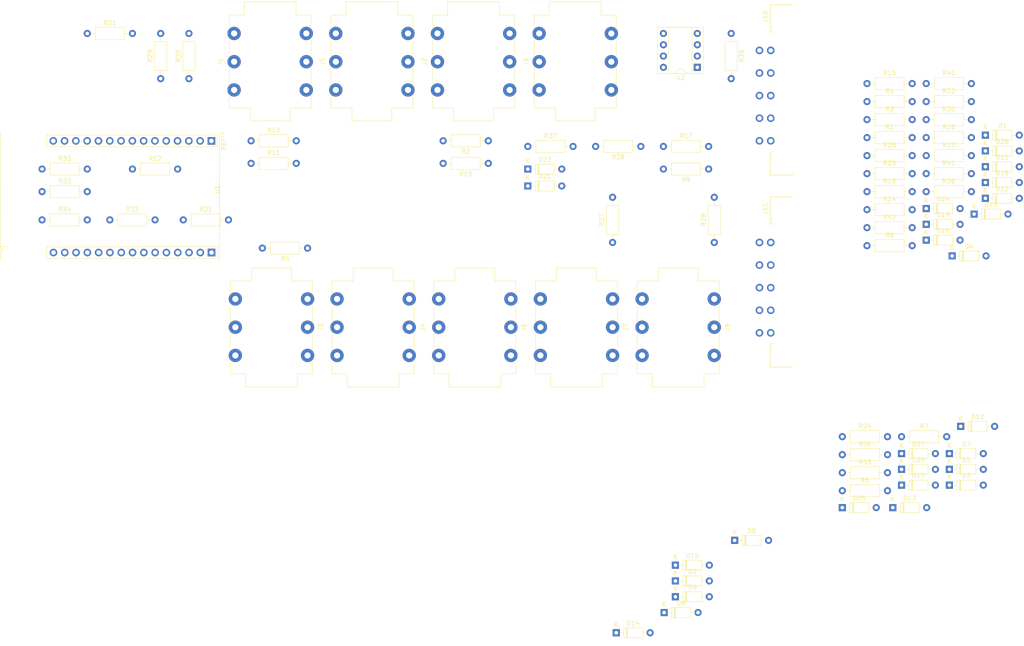
<source format=kicad_pcb>
(kicad_pcb (version 20171130) (host pcbnew 5.1.5+dfsg1-2build2)
  (layers (0 F.Cu signal) (31 B.Cu signal) (34 B.Paste user) (35 F.Paste user) (36 B.SilkS user) (37 F.SilkS user) (38 B.Mask user) (39 F.Mask user) (44 Edge.Cuts user))
  (net 0 "")
  (net 1 GND)
  (net 2 GPIO35)
  (net 3 GPIO36)
  (net 4 GPIO26)
  (net 5 GPIO32)
  (net 6 GPIO14)
  (net 7 GPIO34)
  (net 8 GPIO13)
  (net 9 GPIO27)
  (net 10 3V3)
  (net 11 GPIO33)
  (net 12 GPIO39)
  (net 13 GPIO12)
  (net 14 GPIO15)
  (net 15 "Net-(D25-Pad1)")
  (net 16 "Net-(D27-Pad2)")
  (net 17 "Net-(D27-Pad1)")
  (net 18 "Net-(J1-PadR)")
  (net 19 "Net-(J1-PadT)")
  (net 20 "Net-(J2-PadR)")
  (net 21 "Net-(J2-PadT)")
  (net 22 "Net-(J3-PadR)")
  (net 23 "Net-(J3-PadT)")
  (net 24 "Net-(J4-PadR)")
  (net 25 "Net-(J4-PadT)")
  (net 26 "Net-(J5-PadR)")
  (net 27 "Net-(J5-PadT)")
  (net 28 "Net-(J6-PadR)")
  (net 29 "Net-(J6-PadT)")
  (net 30 "Net-(J7-PadR)")
  (net 31 "Net-(J7-PadT)")
  (net 32 "Net-(J8-PadR)")
  (net 33 "Net-(J8-PadT)")
  (net 34 "Net-(J9-PadR)")
  (net 35 GPIO25)
  (net 36 "Net-(J10-Pad4)")
  (net 37 UART_TX)
  (net 38 UART_RX)
  (net 39 "Net-(R43-Pad2)")
  (net 40 "Net-(U1-Pad27)")
  (net 41 "Net-(U1-Pad25)")
  (net 42 "Net-(U1-Pad19)")
  (net 43 "Net-(U1-Pad28)")
  (net 44 "Net-(U1-Pad29)")
  (net 45 "Net-(U1-Pad17)")
  (net 46 "Net-(U1-Pad20)")
  (net 47 "Net-(U1-Pad23)")
  (net 48 "Net-(U1-Pad24)")
  (net 49 "Net-(U1-Pad26)")
  (net 50 "Net-(U1-Pad30)")
  (net 51 "Net-(U1-Pad15)")
  (net 52 "Net-(U1-Pad1)")
  (net 53 "Net-(U2-Pad4)")
  (net 54 "Net-(U2-Pad1)")
  (net 55 "Net-(J11-Pad4)")
  (net 56 "Net-(J11-Pad5)")
  (module Package_DIP:DIP-8_W7.62mm_Socket (layer F.Cu) (at 191.77 38.1 180)
    (fp_text reference U2 (at 3.81 -2.33) (layer F.SilkS))
    (fp_text value 6N138)
    (pad 8 thru_hole oval (at 7.62 0 180) (size 1.6 1.6) (drill 0.8) (layers *.Cu *.Mask) (net 10 3V3))
    (pad 4 thru_hole oval (at 0 7.62 180) (size 1.6 1.6) (drill 0.8) (layers *.Cu *.Mask) (net 53 "Net-(U2-Pad4)"))
    (pad 7 thru_hole oval (at 7.62 2.54 180) (size 1.6 1.6) (drill 0.8) (layers *.Cu *.Mask) (net 39 "Net-(R43-Pad2)"))
    (pad 3 thru_hole oval (at 0 5.08 180) (size 1.6 1.6) (drill 0.8) (layers *.Cu *.Mask) (net 16 "Net-(D27-Pad2)"))
    (pad 6 thru_hole oval (at 7.62 5.08 180) (size 1.6 1.6) (drill 0.8) (layers *.Cu *.Mask) (net 38 UART_RX))
    (pad 2 thru_hole oval (at 0 2.54 180) (size 1.6 1.6) (drill 0.8) (layers *.Cu *.Mask) (net 17 "Net-(D27-Pad1)"))
    (pad 5 thru_hole oval (at 7.62 7.62 180) (size 1.6 1.6) (drill 0.8) (layers *.Cu *.Mask) (net 1 GND))
    (pad 1 thru_hole rect (at 0 0 180) (size 1.6 1.6) (drill 0.8) (layers *.Cu *.Mask) (net 54 "Net-(U2-Pad1)"))
  )
  (module edrumulus:esp32_devkit_v1 (layer F.Cu) (at 82.55 54.61 270)
    (fp_text reference U1 (at 10.922 -1.278 90) (layer F.SilkS))
    (fp_text value ESP32-DEVKIT-V1)
    (fp_text user REF** (at 0.022 -2.748 90) (layer F.SilkS))
    (pad 27 thru_hole oval (at 25.124 7.598 90) (size 1.7 1.7) (drill 1) (layers *.Cu *.Mask) (net 40 "Net-(U1-Pad27)"))
    (pad 25 thru_hole oval (at 25.124 12.678 90) (size 1.7 1.7) (drill 1) (layers *.Cu *.Mask) (net 41 "Net-(U1-Pad25)"))
    (pad 19 thru_hole oval (at 25.124 27.918 90) (size 1.7 1.7) (drill 1) (layers *.Cu *.Mask) (net 42 "Net-(U1-Pad19)"))
    (pad 28 thru_hole oval (at 25.124 5.058 90) (size 1.7 1.7) (drill 1) (layers *.Cu *.Mask) (net 43 "Net-(U1-Pad28)"))
    (pad 22 thru_hole oval (at 25.124 20.298 90) (size 1.7 1.7) (drill 1) (layers *.Cu *.Mask) (net 37 UART_TX))
    (pad 29 thru_hole oval (at 25.124 2.518 90) (size 1.7 1.7) (drill 1) (layers *.Cu *.Mask) (net 44 "Net-(U1-Pad29)"))
    (pad 17 thru_hole oval (at 25.124 32.998 90) (size 1.7 1.7) (drill 1) (layers *.Cu *.Mask) (net 45 "Net-(U1-Pad17)"))
    (pad 20 thru_hole oval (at 25.124 25.378 90) (size 1.7 1.7) (drill 1) (layers *.Cu *.Mask) (net 46 "Net-(U1-Pad20)"))
    (pad 16 thru_hole oval (at 25.124 35.538 90) (size 1.7 1.7) (drill 1) (layers *.Cu *.Mask) (net 10 3V3))
    (pad 23 thru_hole oval (at 25.124 17.758 90) (size 1.7 1.7) (drill 1) (layers *.Cu *.Mask) (net 47 "Net-(U1-Pad23)"))
    (pad 18 thru_hole oval (at 25.124 30.458 90) (size 1.7 1.7) (drill 1) (layers *.Cu *.Mask) (net 14 GPIO15))
    (pad 24 thru_hole oval (at 25.124 15.218 90) (size 1.7 1.7) (drill 1) (layers *.Cu *.Mask) (net 48 "Net-(U1-Pad24)"))
    (pad 26 thru_hole oval (at 25.124 10.138 90) (size 1.7 1.7) (drill 1) (layers *.Cu *.Mask) (net 49 "Net-(U1-Pad26)"))
    (pad 30 thru_hole rect (at 25.124 0 90) (size 1.7 1.7) (drill 1) (layers *.Cu *.Mask) (net 50 "Net-(U1-Pad30)"))
    (pad 21 thru_hole oval (at 25.124 22.838 90) (size 1.7 1.7) (drill 1) (layers *.Cu *.Mask) (net 38 UART_RX))
    (pad 13 thru_hole oval (at 0.022 30.502 270) (size 1.7 1.7) (drill 1) (layers *.Cu *.Mask) (net 8 GPIO13))
    (pad 10 thru_hole oval (at 0.022 22.882 270) (size 1.7 1.7) (drill 1) (layers *.Cu *.Mask) (net 9 GPIO27))
    (pad 4 thru_hole oval (at 0.022 7.642 270) (size 1.7 1.7) (drill 1) (layers *.Cu *.Mask) (net 7 GPIO34))
    (pad 15 thru_hole oval (at 0.022 35.582 270) (size 1.7 1.7) (drill 1) (layers *.Cu *.Mask) (net 51 "Net-(U1-Pad15)"))
    (pad 6 thru_hole oval (at 0.022 12.722 270) (size 1.7 1.7) (drill 1) (layers *.Cu *.Mask) (net 5 GPIO32))
    (pad 3 thru_hole oval (at 0.022 5.102 270) (size 1.7 1.7) (drill 1) (layers *.Cu *.Mask) (net 12 GPIO39))
    (pad 12 thru_hole oval (at 0.022 27.962 270) (size 1.7 1.7) (drill 1) (layers *.Cu *.Mask) (net 13 GPIO12))
    (pad 7 thru_hole oval (at 0.022 15.262 270) (size 1.7 1.7) (drill 1) (layers *.Cu *.Mask) (net 11 GPIO33))
    (pad 11 thru_hole oval (at 0.022 25.422 270) (size 1.7 1.7) (drill 1) (layers *.Cu *.Mask) (net 6 GPIO14))
    (pad 8 thru_hole oval (at 0.022 17.802 270) (size 1.7 1.7) (drill 1) (layers *.Cu *.Mask) (net 35 GPIO25))
    (pad 9 thru_hole oval (at 0.022 20.342 270) (size 1.7 1.7) (drill 1) (layers *.Cu *.Mask) (net 4 GPIO26))
    (pad 14 thru_hole oval (at 0.022 33.042 270) (size 1.7 1.7) (drill 1) (layers *.Cu *.Mask) (net 1 GND))
    (pad 1 thru_hole rect (at 0.022 0.022 270) (size 1.7 1.7) (drill 1) (layers *.Cu *.Mask) (net 52 "Net-(U1-Pad1)"))
    (pad 5 thru_hole oval (at 0.022 10.182 270) (size 1.7 1.7) (drill 1) (layers *.Cu *.Mask) (net 2 GPIO35))
    (pad 2 thru_hole oval (at 0.022 2.562 270) (size 1.7 1.7) (drill 1) (layers *.Cu *.Mask) (net 3 GPIO36))
  )
  (module Resistor_THT:R_Axial_DIN0207_L6.3mm_D2.5mm_P10.16mm_Horizontal (layer F.Cu) (at 224.37 129.23)
    (fp_text reference R43 (at 5.08 -2.37) (layer F.SilkS))
    (fp_text value "4.7 kOhm")
    (pad 2 thru_hole oval (at 10.16 0) (size 1.6 1.6) (drill 0.8) (layers *.Cu *.Mask) (net 39 "Net-(R43-Pad2)"))
    (pad 1 thru_hole circle (at 0 0) (size 1.6 1.6) (drill 0.8) (layers *.Cu *.Mask) (net 1 GND))
  )
  (module Resistor_THT:R_Axial_DIN0207_L6.3mm_D2.5mm_P10.16mm_Horizontal (layer F.Cu) (at 229.92 74.14)
    (fp_text reference R42 (at 5.08 -2.37) (layer F.SilkS))
    (fp_text value "220 Ohm")
    (pad 2 thru_hole oval (at 10.16 0) (size 1.6 1.6) (drill 0.8) (layers *.Cu *.Mask) (net 10 3V3))
    (pad 1 thru_hole circle (at 0 0) (size 1.6 1.6) (drill 0.8) (layers *.Cu *.Mask) (net 38 UART_RX))
  )
  (module Resistor_THT:R_Axial_DIN0207_L6.3mm_D2.5mm_P10.16mm_Horizontal (layer F.Cu) (at 243.23 61.99)
    (fp_text reference R41 (at 5.08 -2.37) (layer F.SilkS))
    (fp_text value "220 Ohm")
    (pad 2 thru_hole oval (at 10.16 0) (size 1.6 1.6) (drill 0.8) (layers *.Cu *.Mask) (net 37 UART_TX))
    (pad 1 thru_hole circle (at 0 0) (size 1.6 1.6) (drill 0.8) (layers *.Cu *.Mask) (net 56 "Net-(J11-Pad5)"))
  )
  (module Resistor_THT:R_Axial_DIN0207_L6.3mm_D2.5mm_P10.16mm_Horizontal (layer F.Cu) (at 243.23 41.74)
    (fp_text reference R40 (at 5.08 -2.37) (layer F.SilkS))
    (fp_text value "220 Ohm")
    (pad 2 thru_hole oval (at 10.16 0) (size 1.6 1.6) (drill 0.8) (layers *.Cu *.Mask) (net 55 "Net-(J11-Pad4)"))
    (pad 1 thru_hole circle (at 0 0) (size 1.6 1.6) (drill 0.8) (layers *.Cu *.Mask) (net 10 3V3))
  )
  (module Resistor_THT:R_Axial_DIN0207_L6.3mm_D2.5mm_P10.16mm_Horizontal (layer F.Cu) (at 199.39 30.48 270)
    (fp_text reference R39 (at 5.08 -2.37 90) (layer F.SilkS))
    (fp_text value "220 Ohm")
    (pad 2 thru_hole oval (at 10.16 0 270) (size 1.6 1.6) (drill 0.8) (layers *.Cu *.Mask) (net 36 "Net-(J10-Pad4)"))
    (pad 1 thru_hole circle (at 0 0 270) (size 1.6 1.6) (drill 0.8) (layers *.Cu *.Mask) (net 17 "Net-(D27-Pad1)"))
  )
  (module Resistor_THT:R_Axial_DIN0207_L6.3mm_D2.5mm_P10.16mm_Horizontal (layer F.Cu) (at 179.07 55.88 180)
    (fp_text reference R38 (at 5.08 -2.37) (layer F.SilkS))
    (fp_text value "10 kOhm")
    (pad 2 thru_hole oval (at 10.16 0 180) (size 1.6 1.6) (drill 0.8) (layers *.Cu *.Mask) (net 15 "Net-(D25-Pad1)"))
    (pad 1 thru_hole circle (at 0 0 180) (size 1.6 1.6) (drill 0.8) (layers *.Cu *.Mask) (net 10 3V3))
  )
  (module Resistor_THT:R_Axial_DIN0207_L6.3mm_D2.5mm_P10.16mm_Horizontal (layer F.Cu) (at 153.67 55.88)
    (fp_text reference R37 (at 5.08 -2.37) (layer F.SilkS))
    (fp_text value "10 kOhm")
    (pad 2 thru_hole oval (at 10.16 0) (size 1.6 1.6) (drill 0.8) (layers *.Cu *.Mask) (net 15 "Net-(D25-Pad1)"))
    (pad 1 thru_hole circle (at 0 0) (size 1.6 1.6) (drill 0.8) (layers *.Cu *.Mask) (net 35 GPIO25))
  )
  (module Resistor_THT:R_Axial_DIN0207_L6.3mm_D2.5mm_P10.16mm_Horizontal (layer F.Cu) (at 243.23 66.04)
    (fp_text reference R36 (at 5.08 -2.37) (layer F.SilkS))
    (fp_text value "22 kOhm")
    (pad 2 thru_hole oval (at 10.16 0) (size 1.6 1.6) (drill 0.8) (layers *.Cu *.Mask) (net 14 GPIO15))
    (pad 1 thru_hole circle (at 0 0) (size 1.6 1.6) (drill 0.8) (layers *.Cu *.Mask) (net 10 3V3))
  )
  (module Resistor_THT:R_Axial_DIN0207_L6.3mm_D2.5mm_P10.16mm_Horizontal (layer F.Cu) (at 44.45 60.96)
    (fp_text reference R35 (at 5.08 -2.37) (layer F.SilkS))
    (fp_text value "22 kOhm")
    (pad 2 thru_hole oval (at 10.16 0) (size 1.6 1.6) (drill 0.8) (layers *.Cu *.Mask) (net 13 GPIO12))
    (pad 1 thru_hole circle (at 0 0) (size 1.6 1.6) (drill 0.8) (layers *.Cu *.Mask) (net 10 3V3))
  )
  (module Resistor_THT:R_Axial_DIN0207_L6.3mm_D2.5mm_P10.16mm_Horizontal (layer F.Cu) (at 44.45 72.39)
    (fp_text reference R34 (at 5.08 -2.37) (layer F.SilkS))
    (fp_text value "22 kOhm")
    (pad 2 thru_hole oval (at 10.16 0) (size 1.6 1.6) (drill 0.8) (layers *.Cu *.Mask) (net 12 GPIO39))
    (pad 1 thru_hole circle (at 0 0) (size 1.6 1.6) (drill 0.8) (layers *.Cu *.Mask) (net 10 3V3))
  )
  (module Resistor_THT:R_Axial_DIN0207_L6.3mm_D2.5mm_P10.16mm_Horizontal (layer F.Cu) (at 44.45 66.04)
    (fp_text reference R33 (at 5.08 -2.37) (layer F.SilkS))
    (fp_text value "22 kOhm")
    (pad 2 thru_hole oval (at 10.16 0) (size 1.6 1.6) (drill 0.8) (layers *.Cu *.Mask) (net 11 GPIO33))
    (pad 1 thru_hole circle (at 0 0) (size 1.6 1.6) (drill 0.8) (layers *.Cu *.Mask) (net 10 3V3))
  )
  (module Resistor_THT:R_Axial_DIN0207_L6.3mm_D2.5mm_P10.16mm_Horizontal (layer F.Cu) (at 59.69 72.39)
    (fp_text reference R32 (at 5.08 -2.37) (layer F.SilkS))
    (fp_text value "22 kOhm")
    (pad 2 thru_hole oval (at 10.16 0) (size 1.6 1.6) (drill 0.8) (layers *.Cu *.Mask) (net 1 GND))
    (pad 1 thru_hole circle (at 0 0) (size 1.6 1.6) (drill 0.8) (layers *.Cu *.Mask) (net 14 GPIO15))
  )
  (module Resistor_THT:R_Axial_DIN0207_L6.3mm_D2.5mm_P10.16mm_Horizontal (layer F.Cu) (at 54.61 30.48)
    (fp_text reference R31 (at 5.08 -2.37) (layer F.SilkS))
    (fp_text value "22 kOhm")
    (pad 2 thru_hole oval (at 10.16 0) (size 1.6 1.6) (drill 0.8) (layers *.Cu *.Mask) (net 1 GND))
    (pad 1 thru_hole circle (at 0 0) (size 1.6 1.6) (drill 0.8) (layers *.Cu *.Mask) (net 13 GPIO12))
  )
  (module Resistor_THT:R_Axial_DIN0207_L6.3mm_D2.5mm_P10.16mm_Horizontal (layer F.Cu) (at 77.47 40.64 90)
    (fp_text reference R30 (at 5.08 -2.37 90) (layer F.SilkS))
    (fp_text value "22 kOhm")
    (pad 2 thru_hole oval (at 10.16 0 90) (size 1.6 1.6) (drill 0.8) (layers *.Cu *.Mask) (net 1 GND))
    (pad 1 thru_hole circle (at 0 0 90) (size 1.6 1.6) (drill 0.8) (layers *.Cu *.Mask) (net 12 GPIO39))
  )
  (module Resistor_THT:R_Axial_DIN0207_L6.3mm_D2.5mm_P10.16mm_Horizontal (layer F.Cu) (at 71.12 40.64 90)
    (fp_text reference R29 (at 5.08 -2.37 90) (layer F.SilkS))
    (fp_text value "22 kOhm")
    (pad 2 thru_hole oval (at 10.16 0 90) (size 1.6 1.6) (drill 0.8) (layers *.Cu *.Mask) (net 1 GND))
    (pad 1 thru_hole circle (at 0 0 90) (size 1.6 1.6) (drill 0.8) (layers *.Cu *.Mask) (net 11 GPIO33))
  )
  (module Resistor_THT:R_Axial_DIN0207_L6.3mm_D2.5mm_P10.16mm_Horizontal (layer F.Cu) (at 195.58 77.47 90)
    (fp_text reference R28 (at 5.08 -2.37 90) (layer F.SilkS))
    (fp_text value "100 kOhm")
    (pad 2 thru_hole oval (at 10.16 0 90) (size 1.6 1.6) (drill 0.8) (layers *.Cu *.Mask) (net 14 GPIO15))
    (pad 1 thru_hole circle (at 0 0 90) (size 1.6 1.6) (drill 0.8) (layers *.Cu *.Mask) (net 33 "Net-(J8-PadT)"))
  )
  (module Resistor_THT:R_Axial_DIN0207_L6.3mm_D2.5mm_P10.16mm_Horizontal (layer F.Cu) (at 172.72 77.47 90)
    (fp_text reference R27 (at 5.08 -2.37 90) (layer F.SilkS))
    (fp_text value "100 kOhm")
    (pad 2 thru_hole oval (at 10.16 0 90) (size 1.6 1.6) (drill 0.8) (layers *.Cu *.Mask) (net 13 GPIO12))
    (pad 1 thru_hole circle (at 0 0 90) (size 1.6 1.6) (drill 0.8) (layers *.Cu *.Mask) (net 31 "Net-(J7-PadT)"))
  )
  (module Resistor_THT:R_Axial_DIN0207_L6.3mm_D2.5mm_P10.16mm_Horizontal (layer F.Cu) (at 224.37 125.18)
    (fp_text reference R26 (at 5.08 -2.37) (layer F.SilkS))
    (fp_text value "100 kOhm")
    (pad 2 thru_hole oval (at 10.16 0) (size 1.6 1.6) (drill 0.8) (layers *.Cu *.Mask) (net 12 GPIO39))
    (pad 1 thru_hole circle (at 0 0) (size 1.6 1.6) (drill 0.8) (layers *.Cu *.Mask) (net 29 "Net-(J6-PadT)"))
  )
  (module Resistor_THT:R_Axial_DIN0207_L6.3mm_D2.5mm_P10.16mm_Horizontal (layer F.Cu) (at 229.92 57.94)
    (fp_text reference R25 (at 5.08 -2.37) (layer F.SilkS))
    (fp_text value "100 kOhm")
    (pad 2 thru_hole oval (at 10.16 0) (size 1.6 1.6) (drill 0.8) (layers *.Cu *.Mask) (net 11 GPIO33))
    (pad 1 thru_hole circle (at 0 0) (size 1.6 1.6) (drill 0.8) (layers *.Cu *.Mask) (net 27 "Net-(J5-PadT)"))
  )
  (module Resistor_THT:R_Axial_DIN0207_L6.3mm_D2.5mm_P10.16mm_Horizontal (layer F.Cu) (at 224.37 121.13)
    (fp_text reference R24 (at 5.08 -2.37) (layer F.SilkS))
    (fp_text value "22 kOhm")
    (pad 2 thru_hole oval (at 10.16 0) (size 1.6 1.6) (drill 0.8) (layers *.Cu *.Mask) (net 9 GPIO27))
    (pad 1 thru_hole circle (at 0 0) (size 1.6 1.6) (drill 0.8) (layers *.Cu *.Mask) (net 10 3V3))
  )
  (module Resistor_THT:R_Axial_DIN0207_L6.3mm_D2.5mm_P10.16mm_Horizontal (layer F.Cu) (at 229.92 61.99)
    (fp_text reference R23 (at 5.08 -2.37) (layer F.SilkS))
    (fp_text value "22 kOhm")
    (pad 2 thru_hole oval (at 10.16 0) (size 1.6 1.6) (drill 0.8) (layers *.Cu *.Mask) (net 8 GPIO13))
    (pad 1 thru_hole circle (at 0 0) (size 1.6 1.6) (drill 0.8) (layers *.Cu *.Mask) (net 10 3V3))
  )
  (module Resistor_THT:R_Axial_DIN0207_L6.3mm_D2.5mm_P10.16mm_Horizontal (layer F.Cu) (at 243.23 45.79)
    (fp_text reference R22 (at 5.08 -2.37) (layer F.SilkS))
    (fp_text value "22 kOhm")
    (pad 2 thru_hole oval (at 10.16 0) (size 1.6 1.6) (drill 0.8) (layers *.Cu *.Mask) (net 7 GPIO34))
    (pad 1 thru_hole circle (at 0 0) (size 1.6 1.6) (drill 0.8) (layers *.Cu *.Mask) (net 10 3V3))
  )
  (module Resistor_THT:R_Axial_DIN0207_L6.3mm_D2.5mm_P10.16mm_Horizontal (layer F.Cu) (at 76.2 72.39)
    (fp_text reference R21 (at 5.08 -2.37) (layer F.SilkS))
    (fp_text value "22 kOhm")
    (pad 2 thru_hole oval (at 10.16 0) (size 1.6 1.6) (drill 0.8) (layers *.Cu *.Mask) (net 6 GPIO14))
    (pad 1 thru_hole circle (at 0 0) (size 1.6 1.6) (drill 0.8) (layers *.Cu *.Mask) (net 10 3V3))
  )
  (module Resistor_THT:R_Axial_DIN0207_L6.3mm_D2.5mm_P10.16mm_Horizontal (layer F.Cu) (at 243.23 49.84)
    (fp_text reference R20 (at 5.08 -2.37) (layer F.SilkS))
    (fp_text value "22 kOhm")
    (pad 2 thru_hole oval (at 10.16 0) (size 1.6 1.6) (drill 0.8) (layers *.Cu *.Mask) (net 5 GPIO32))
    (pad 1 thru_hole circle (at 0 0) (size 1.6 1.6) (drill 0.8) (layers *.Cu *.Mask) (net 10 3V3))
  )
  (module Resistor_THT:R_Axial_DIN0207_L6.3mm_D2.5mm_P10.16mm_Horizontal (layer F.Cu) (at 144.78 59.69 180)
    (fp_text reference R19 (at 5.08 -2.37) (layer F.SilkS))
    (fp_text value "22 kOhm")
    (pad 2 thru_hole oval (at 10.16 0 180) (size 1.6 1.6) (drill 0.8) (layers *.Cu *.Mask) (net 4 GPIO26))
    (pad 1 thru_hole circle (at 0 0 180) (size 1.6 1.6) (drill 0.8) (layers *.Cu *.Mask) (net 10 3V3))
  )
  (module Resistor_THT:R_Axial_DIN0207_L6.3mm_D2.5mm_P10.16mm_Horizontal (layer F.Cu) (at 243.23 53.89)
    (fp_text reference R18 (at 5.08 -2.37) (layer F.SilkS))
    (fp_text value "22 kOhm")
    (pad 2 thru_hole oval (at 10.16 0) (size 1.6 1.6) (drill 0.8) (layers *.Cu *.Mask) (net 3 GPIO36))
    (pad 1 thru_hole circle (at 0 0) (size 1.6 1.6) (drill 0.8) (layers *.Cu *.Mask) (net 10 3V3))
  )
  (module Resistor_THT:R_Axial_DIN0207_L6.3mm_D2.5mm_P10.16mm_Horizontal (layer F.Cu) (at 184.15 55.88)
    (fp_text reference R17 (at 5.08 -2.37) (layer F.SilkS))
    (fp_text value "22 kOhm")
    (pad 2 thru_hole oval (at 10.16 0) (size 1.6 1.6) (drill 0.8) (layers *.Cu *.Mask) (net 2 GPIO35))
    (pad 1 thru_hole circle (at 0 0) (size 1.6 1.6) (drill 0.8) (layers *.Cu *.Mask) (net 10 3V3))
  )
  (module Resistor_THT:R_Axial_DIN0207_L6.3mm_D2.5mm_P10.16mm_Horizontal (layer F.Cu) (at 229.92 66.04)
    (fp_text reference R16 (at 5.08 -2.37) (layer F.SilkS))
    (fp_text value "22 kOhm")
    (pad 2 thru_hole oval (at 10.16 0) (size 1.6 1.6) (drill 0.8) (layers *.Cu *.Mask) (net 1 GND))
    (pad 1 thru_hole circle (at 0 0) (size 1.6 1.6) (drill 0.8) (layers *.Cu *.Mask) (net 9 GPIO27))
  )
  (module Resistor_THT:R_Axial_DIN0207_L6.3mm_D2.5mm_P10.16mm_Horizontal (layer F.Cu) (at 229.92 41.74)
    (fp_text reference R15 (at 5.08 -2.37) (layer F.SilkS))
    (fp_text value "22 kOhm")
    (pad 2 thru_hole oval (at 10.16 0) (size 1.6 1.6) (drill 0.8) (layers *.Cu *.Mask) (net 1 GND))
    (pad 1 thru_hole circle (at 0 0) (size 1.6 1.6) (drill 0.8) (layers *.Cu *.Mask) (net 8 GPIO13))
  )
  (module Resistor_THT:R_Axial_DIN0207_L6.3mm_D2.5mm_P10.16mm_Horizontal (layer F.Cu) (at 229.92 70.09)
    (fp_text reference R14 (at 5.08 -2.37) (layer F.SilkS))
    (fp_text value "22 kOhm")
    (pad 2 thru_hole oval (at 10.16 0) (size 1.6 1.6) (drill 0.8) (layers *.Cu *.Mask) (net 1 GND))
    (pad 1 thru_hole circle (at 0 0) (size 1.6 1.6) (drill 0.8) (layers *.Cu *.Mask) (net 7 GPIO34))
  )
  (module Resistor_THT:R_Axial_DIN0207_L6.3mm_D2.5mm_P10.16mm_Horizontal (layer F.Cu) (at 243.23 57.94)
    (fp_text reference R13 (at 5.08 -2.37) (layer F.SilkS))
    (fp_text value "22 kOhm")
    (pad 2 thru_hole oval (at 10.16 0) (size 1.6 1.6) (drill 0.8) (layers *.Cu *.Mask) (net 1 GND))
    (pad 1 thru_hole circle (at 0 0) (size 1.6 1.6) (drill 0.8) (layers *.Cu *.Mask) (net 6 GPIO14))
  )
  (module Resistor_THT:R_Axial_DIN0207_L6.3mm_D2.5mm_P10.16mm_Horizontal (layer F.Cu) (at 64.77 60.96)
    (fp_text reference R12 (at 5.08 -2.37) (layer F.SilkS))
    (fp_text value "22 kOhm")
    (pad 2 thru_hole oval (at 10.16 0) (size 1.6 1.6) (drill 0.8) (layers *.Cu *.Mask) (net 1 GND))
    (pad 1 thru_hole circle (at 0 0) (size 1.6 1.6) (drill 0.8) (layers *.Cu *.Mask) (net 5 GPIO32))
  )
  (module Resistor_THT:R_Axial_DIN0207_L6.3mm_D2.5mm_P10.16mm_Horizontal (layer F.Cu) (at 91.44 59.69)
    (fp_text reference R11 (at 5.08 -2.37) (layer F.SilkS))
    (fp_text value "22 kOhm")
    (pad 2 thru_hole oval (at 10.16 0) (size 1.6 1.6) (drill 0.8) (layers *.Cu *.Mask) (net 1 GND))
    (pad 1 thru_hole circle (at 0 0) (size 1.6 1.6) (drill 0.8) (layers *.Cu *.Mask) (net 4 GPIO26))
  )
  (module Resistor_THT:R_Axial_DIN0207_L6.3mm_D2.5mm_P10.16mm_Horizontal (layer F.Cu) (at 91.44 54.61)
    (fp_text reference R10 (at 5.08 -2.37) (layer F.SilkS))
    (fp_text value "22 kOhm")
    (pad 2 thru_hole oval (at 10.16 0) (size 1.6 1.6) (drill 0.8) (layers *.Cu *.Mask) (net 1 GND))
    (pad 1 thru_hole circle (at 0 0) (size 1.6 1.6) (drill 0.8) (layers *.Cu *.Mask) (net 3 GPIO36))
  )
  (module Resistor_THT:R_Axial_DIN0207_L6.3mm_D2.5mm_P10.16mm_Horizontal (layer F.Cu) (at 194.31 60.96 180)
    (fp_text reference R9 (at 5.08 -2.37) (layer F.SilkS))
    (fp_text value "22 kOhm")
    (pad 2 thru_hole oval (at 10.16 0 180) (size 1.6 1.6) (drill 0.8) (layers *.Cu *.Mask) (net 1 GND))
    (pad 1 thru_hole circle (at 0 0 180) (size 1.6 1.6) (drill 0.8) (layers *.Cu *.Mask) (net 2 GPIO35))
  )
  (module Resistor_THT:R_Axial_DIN0207_L6.3mm_D2.5mm_P10.16mm_Horizontal (layer F.Cu) (at 229.92 78.19)
    (fp_text reference R8 (at 5.08 -2.37) (layer F.SilkS))
    (fp_text value "100 kOhm")
    (pad 2 thru_hole oval (at 10.16 0) (size 1.6 1.6) (drill 0.8) (layers *.Cu *.Mask) (net 9 GPIO27))
    (pad 1 thru_hole circle (at 0 0) (size 1.6 1.6) (drill 0.8) (layers *.Cu *.Mask) (net 25 "Net-(J4-PadT)"))
  )
  (module Resistor_THT:R_Axial_DIN0207_L6.3mm_D2.5mm_P10.16mm_Horizontal (layer F.Cu) (at 237.68 121.13)
    (fp_text reference R7 (at 5.08 -2.37) (layer F.SilkS))
    (fp_text value "100 kOhm")
    (pad 2 thru_hole oval (at 10.16 0) (size 1.6 1.6) (drill 0.8) (layers *.Cu *.Mask) (net 8 GPIO13))
    (pad 1 thru_hole circle (at 0 0) (size 1.6 1.6) (drill 0.8) (layers *.Cu *.Mask) (net 24 "Net-(J4-PadR)"))
  )
  (module Resistor_THT:R_Axial_DIN0207_L6.3mm_D2.5mm_P10.16mm_Horizontal (layer F.Cu) (at 224.37 133.28)
    (fp_text reference R6 (at 5.08 -2.37) (layer F.SilkS))
    (fp_text value "100 kOhm")
    (pad 2 thru_hole oval (at 10.16 0) (size 1.6 1.6) (drill 0.8) (layers *.Cu *.Mask) (net 7 GPIO34))
    (pad 1 thru_hole circle (at 0 0) (size 1.6 1.6) (drill 0.8) (layers *.Cu *.Mask) (net 23 "Net-(J3-PadT)"))
  )
  (module Resistor_THT:R_Axial_DIN0207_L6.3mm_D2.5mm_P10.16mm_Horizontal (layer F.Cu) (at 104.14 78.74 180)
    (fp_text reference R5 (at 5.08 -2.37) (layer F.SilkS))
    (fp_text value "100 kOhm")
    (pad 2 thru_hole oval (at 10.16 0 180) (size 1.6 1.6) (drill 0.8) (layers *.Cu *.Mask) (net 6 GPIO14))
    (pad 1 thru_hole circle (at 0 0 180) (size 1.6 1.6) (drill 0.8) (layers *.Cu *.Mask) (net 22 "Net-(J3-PadR)"))
  )
  (module Resistor_THT:R_Axial_DIN0207_L6.3mm_D2.5mm_P10.16mm_Horizontal (layer F.Cu) (at 229.92 45.79)
    (fp_text reference R4 (at 5.08 -2.37) (layer F.SilkS))
    (fp_text value "100 kOhm")
    (pad 2 thru_hole oval (at 10.16 0) (size 1.6 1.6) (drill 0.8) (layers *.Cu *.Mask) (net 5 GPIO32))
    (pad 1 thru_hole circle (at 0 0) (size 1.6 1.6) (drill 0.8) (layers *.Cu *.Mask) (net 21 "Net-(J2-PadT)"))
  )
  (module Resistor_THT:R_Axial_DIN0207_L6.3mm_D2.5mm_P10.16mm_Horizontal (layer F.Cu) (at 229.92 49.84)
    (fp_text reference R3 (at 5.08 -2.37) (layer F.SilkS))
    (fp_text value "100 kOhm")
    (pad 2 thru_hole oval (at 10.16 0) (size 1.6 1.6) (drill 0.8) (layers *.Cu *.Mask) (net 2 GPIO35))
    (pad 1 thru_hole circle (at 0 0) (size 1.6 1.6) (drill 0.8) (layers *.Cu *.Mask) (net 18 "Net-(J1-PadR)"))
  )
  (module Resistor_THT:R_Axial_DIN0207_L6.3mm_D2.5mm_P10.16mm_Horizontal (layer F.Cu) (at 144.78 54.61 180)
    (fp_text reference R2 (at 5.08 -2.37) (layer F.SilkS))
    (fp_text value "100 kOhm")
    (pad 2 thru_hole oval (at 10.16 0 180) (size 1.6 1.6) (drill 0.8) (layers *.Cu *.Mask) (net 4 GPIO26))
    (pad 1 thru_hole circle (at 0 0 180) (size 1.6 1.6) (drill 0.8) (layers *.Cu *.Mask) (net 20 "Net-(J2-PadR)"))
  )
  (module Resistor_THT:R_Axial_DIN0207_L6.3mm_D2.5mm_P10.16mm_Horizontal (layer F.Cu) (at 229.92 53.89)
    (fp_text reference R1 (at 5.08 -2.37) (layer F.SilkS))
    (fp_text value "100 kOhm")
    (pad 2 thru_hole oval (at 10.16 0) (size 1.6 1.6) (drill 0.8) (layers *.Cu *.Mask) (net 3 GPIO36))
    (pad 1 thru_hole circle (at 0 0) (size 1.6 1.6) (drill 0.8) (layers *.Cu *.Mask) (net 19 "Net-(J1-PadT)"))
  )
  (module Connector_DIN:DIN41612_B3_2x5_Horizontal (layer F.Cu) (at 208.28 31.75 270)
    (fp_text reference J10 (at -5.08 1.27 90) (layer F.SilkS))
    (fp_text value DIN-5)
    (pad "" np_thru_hole circle (at 27.94 -2.54 270) (size 2.8 2.8) (drill 2.8) (layers *.Cu *.Mask))
    (pad "" np_thru_hole circle (at -5.08 -2.54 270) (size 2.8 2.8) (drill 2.8) (layers *.Cu *.Mask))
    (pad b10 thru_hole circle (at 22.86 2.54 270) (size 1.7 1.7) (drill 1) (layers *.Cu *.Mask))
    (pad a10 thru_hole circle (at 22.86 0 270) (size 1.7 1.7) (drill 1) (layers *.Cu *.Mask))
    (pad b8 thru_hole circle (at 17.78 2.54 270) (size 1.7 1.7) (drill 1) (layers *.Cu *.Mask))
    (pad a8 thru_hole circle (at 17.78 0 270) (size 1.7 1.7) (drill 1) (layers *.Cu *.Mask))
    (pad b6 thru_hole circle (at 12.7 2.54 270) (size 1.7 1.7) (drill 1) (layers *.Cu *.Mask))
    (pad a6 thru_hole circle (at 12.7 0 270) (size 1.7 1.7) (drill 1) (layers *.Cu *.Mask))
    (pad b4 thru_hole circle (at 7.62 2.54 270) (size 1.7 1.7) (drill 1) (layers *.Cu *.Mask))
    (pad a4 thru_hole circle (at 7.62 0 270) (size 1.7 1.7) (drill 1) (layers *.Cu *.Mask))
    (pad b2 thru_hole circle (at 2.54 2.54 270) (size 1.7 1.7) (drill 1) (layers *.Cu *.Mask))
    (pad a2 thru_hole circle (at 2.54 0 270) (size 1.7 1.7) (drill 1) (layers *.Cu *.Mask))
  )
  (module edrumulus:Jack_6.35mm_Neutrik_NMJ6HCD2_Horizontal (layer F.Cu) (at 156.21 43.18 90)
    (fp_text reference J9 (at 6.35 -3 90) (layer F.SilkS))
    (fp_text value "Hi-Hat Ctrl")
    (pad R thru_hole circle (at 6.35 0 90) (size 3 3) (drill 1.4) (layers *.Cu *.Mask) (net 34 "Net-(J9-PadR)"))
    (pad S thru_hole circle (at 12.7 0 90) (size 3 3) (drill 1.4) (layers *.Cu *.Mask) (net 1 GND))
    (pad T thru_hole circle (at 0 0 90) (size 3 3) (drill 1.4) (layers *.Cu *.Mask) (net 15 "Net-(D25-Pad1)"))
    (pad RN thru_hole circle (at 6.35 16.23 90) (size 3 3) (drill 1.4) (layers *.Cu *.Mask))
    (pad SN thru_hole circle (at 12.7 16.23 90) (size 3 3) (drill 1.4) (layers *.Cu *.Mask))
    (pad TN thru_hole circle (at 0 16.23 90) (size 3 3) (drill 1.4) (layers *.Cu *.Mask))
  )
  (module edrumulus:Jack_6.35mm_Neutrik_NMJ6HCD2_Horizontal (layer F.Cu) (at 195.58 90.17 270)
    (fp_text reference J8 (at 6.35 -3 90) (layer F.SilkS))
    (fp_text value Tom3)
    (pad R thru_hole circle (at 6.35 0 270) (size 3 3) (drill 1.4) (layers *.Cu *.Mask) (net 32 "Net-(J8-PadR)"))
    (pad S thru_hole circle (at 12.7 0 270) (size 3 3) (drill 1.4) (layers *.Cu *.Mask) (net 1 GND))
    (pad T thru_hole circle (at 0 0 270) (size 3 3) (drill 1.4) (layers *.Cu *.Mask) (net 33 "Net-(J8-PadT)"))
    (pad RN thru_hole circle (at 6.35 16.23 270) (size 3 3) (drill 1.4) (layers *.Cu *.Mask))
    (pad SN thru_hole circle (at 12.7 16.23 270) (size 3 3) (drill 1.4) (layers *.Cu *.Mask))
    (pad TN thru_hole circle (at 0 16.23 270) (size 3 3) (drill 1.4) (layers *.Cu *.Mask))
  )
  (module edrumulus:Jack_6.35mm_Neutrik_NMJ6HCD2_Horizontal (layer F.Cu) (at 172.72 90.17 270)
    (fp_text reference J7 (at 6.35 -3 90) (layer F.SilkS))
    (fp_text value Tom2)
    (pad R thru_hole circle (at 6.35 0 270) (size 3 3) (drill 1.4) (layers *.Cu *.Mask) (net 30 "Net-(J7-PadR)"))
    (pad S thru_hole circle (at 12.7 0 270) (size 3 3) (drill 1.4) (layers *.Cu *.Mask) (net 1 GND))
    (pad T thru_hole circle (at 0 0 270) (size 3 3) (drill 1.4) (layers *.Cu *.Mask) (net 31 "Net-(J7-PadT)"))
    (pad RN thru_hole circle (at 6.35 16.23 270) (size 3 3) (drill 1.4) (layers *.Cu *.Mask))
    (pad SN thru_hole circle (at 12.7 16.23 270) (size 3 3) (drill 1.4) (layers *.Cu *.Mask))
    (pad TN thru_hole circle (at 0 16.23 270) (size 3 3) (drill 1.4) (layers *.Cu *.Mask))
  )
  (module edrumulus:Jack_6.35mm_Neutrik_NMJ6HCD2_Horizontal (layer F.Cu) (at 149.86 90.17 270)
    (fp_text reference J6 (at 6.35 -3 90) (layer F.SilkS))
    (fp_text value Tom1)
    (pad R thru_hole circle (at 6.35 0 270) (size 3 3) (drill 1.4) (layers *.Cu *.Mask) (net 28 "Net-(J6-PadR)"))
    (pad S thru_hole circle (at 12.7 0 270) (size 3 3) (drill 1.4) (layers *.Cu *.Mask) (net 1 GND))
    (pad T thru_hole circle (at 0 0 270) (size 3 3) (drill 1.4) (layers *.Cu *.Mask) (net 29 "Net-(J6-PadT)"))
    (pad RN thru_hole circle (at 6.35 16.23 270) (size 3 3) (drill 1.4) (layers *.Cu *.Mask))
    (pad SN thru_hole circle (at 12.7 16.23 270) (size 3 3) (drill 1.4) (layers *.Cu *.Mask))
    (pad TN thru_hole circle (at 0 16.23 270) (size 3 3) (drill 1.4) (layers *.Cu *.Mask))
  )
  (module edrumulus:Jack_6.35mm_Neutrik_NMJ6HCD2_Horizontal (layer F.Cu) (at 110.49 43.18 90)
    (fp_text reference J5 (at 6.35 -3 90) (layer F.SilkS))
    (fp_text value Kick)
    (pad R thru_hole circle (at 6.35 0 90) (size 3 3) (drill 1.4) (layers *.Cu *.Mask) (net 26 "Net-(J5-PadR)"))
    (pad S thru_hole circle (at 12.7 0 90) (size 3 3) (drill 1.4) (layers *.Cu *.Mask) (net 1 GND))
    (pad T thru_hole circle (at 0 0 90) (size 3 3) (drill 1.4) (layers *.Cu *.Mask) (net 27 "Net-(J5-PadT)"))
    (pad RN thru_hole circle (at 6.35 16.23 90) (size 3 3) (drill 1.4) (layers *.Cu *.Mask))
    (pad SN thru_hole circle (at 12.7 16.23 90) (size 3 3) (drill 1.4) (layers *.Cu *.Mask))
    (pad TN thru_hole circle (at 0 16.23 90) (size 3 3) (drill 1.4) (layers *.Cu *.Mask))
  )
  (module edrumulus:Jack_6.35mm_Neutrik_NMJ6HCD2_Horizontal (layer F.Cu) (at 127 90.17 270)
    (fp_text reference J4 (at 6.35 -3 90) (layer F.SilkS))
    (fp_text value Ride)
    (pad R thru_hole circle (at 6.35 0 270) (size 3 3) (drill 1.4) (layers *.Cu *.Mask) (net 24 "Net-(J4-PadR)"))
    (pad S thru_hole circle (at 12.7 0 270) (size 3 3) (drill 1.4) (layers *.Cu *.Mask) (net 1 GND))
    (pad T thru_hole circle (at 0 0 270) (size 3 3) (drill 1.4) (layers *.Cu *.Mask) (net 25 "Net-(J4-PadT)"))
    (pad RN thru_hole circle (at 6.35 16.23 270) (size 3 3) (drill 1.4) (layers *.Cu *.Mask))
    (pad SN thru_hole circle (at 12.7 16.23 270) (size 3 3) (drill 1.4) (layers *.Cu *.Mask))
    (pad TN thru_hole circle (at 0 16.23 270) (size 3 3) (drill 1.4) (layers *.Cu *.Mask))
  )
  (module edrumulus:Jack_6.35mm_Neutrik_NMJ6HCD2_Horizontal (layer F.Cu) (at 104.14 90.17 270)
    (fp_text reference J3 (at 6.35 -3 90) (layer F.SilkS))
    (fp_text value Crash)
    (pad R thru_hole circle (at 6.35 0 270) (size 3 3) (drill 1.4) (layers *.Cu *.Mask) (net 22 "Net-(J3-PadR)"))
    (pad S thru_hole circle (at 12.7 0 270) (size 3 3) (drill 1.4) (layers *.Cu *.Mask) (net 1 GND))
    (pad T thru_hole circle (at 0 0 270) (size 3 3) (drill 1.4) (layers *.Cu *.Mask) (net 23 "Net-(J3-PadT)"))
    (pad RN thru_hole circle (at 6.35 16.23 270) (size 3 3) (drill 1.4) (layers *.Cu *.Mask))
    (pad SN thru_hole circle (at 12.7 16.23 270) (size 3 3) (drill 1.4) (layers *.Cu *.Mask))
    (pad TN thru_hole circle (at 0 16.23 270) (size 3 3) (drill 1.4) (layers *.Cu *.Mask))
  )
  (module edrumulus:Jack_6.35mm_Neutrik_NMJ6HCD2_Horizontal (layer F.Cu) (at 133.35 43.18 90)
    (fp_text reference J2 (at 6.35 -3 90) (layer F.SilkS))
    (fp_text value Hi-Hat)
    (pad R thru_hole circle (at 6.35 0 90) (size 3 3) (drill 1.4) (layers *.Cu *.Mask) (net 20 "Net-(J2-PadR)"))
    (pad S thru_hole circle (at 12.7 0 90) (size 3 3) (drill 1.4) (layers *.Cu *.Mask) (net 1 GND))
    (pad T thru_hole circle (at 0 0 90) (size 3 3) (drill 1.4) (layers *.Cu *.Mask) (net 21 "Net-(J2-PadT)"))
    (pad RN thru_hole circle (at 6.35 16.23 90) (size 3 3) (drill 1.4) (layers *.Cu *.Mask))
    (pad SN thru_hole circle (at 12.7 16.23 90) (size 3 3) (drill 1.4) (layers *.Cu *.Mask))
    (pad TN thru_hole circle (at 0 16.23 90) (size 3 3) (drill 1.4) (layers *.Cu *.Mask))
  )
  (module edrumulus:Jack_6.35mm_Neutrik_NMJ6HCD2_Horizontal (layer F.Cu) (at 87.63 43.18 90)
    (fp_text reference J1 (at 6.35 -3 90) (layer F.SilkS))
    (fp_text value Snare)
    (pad R thru_hole circle (at 6.35 0 90) (size 3 3) (drill 1.4) (layers *.Cu *.Mask) (net 18 "Net-(J1-PadR)"))
    (pad S thru_hole circle (at 12.7 0 90) (size 3 3) (drill 1.4) (layers *.Cu *.Mask) (net 1 GND))
    (pad T thru_hole circle (at 0 0 90) (size 3 3) (drill 1.4) (layers *.Cu *.Mask) (net 19 "Net-(J1-PadT)"))
    (pad RN thru_hole circle (at 6.35 16.23 90) (size 3 3) (drill 1.4) (layers *.Cu *.Mask))
    (pad SN thru_hole circle (at 12.7 16.23 90) (size 3 3) (drill 1.4) (layers *.Cu *.Mask))
    (pad TN thru_hole circle (at 0 16.23 90) (size 3 3) (drill 1.4) (layers *.Cu *.Mask))
  )
  (module Diode_THT:D_DO-35_SOD27_P7.62mm_Horizontal (layer F.Cu) (at 237.68 124.93)
    (fp_text reference D27 (at 3.81 -2.12) (layer F.SilkS))
    (fp_text value 1N914)
    (fp_text user K (at 0 -1.8) (layer F.SilkS))
    (pad 2 thru_hole oval (at 7.62 0) (size 1.6 1.6) (drill 0.8) (layers *.Cu *.Mask) (net 16 "Net-(D27-Pad2)"))
    (pad 1 thru_hole rect (at 0 0) (size 1.6 1.6) (drill 0.8) (layers *.Cu *.Mask) (net 17 "Net-(D27-Pad1)"))
  )
  (module Diode_THT:D_DO-35_SOD27_P7.62mm_Horizontal (layer F.Cu) (at 256.54 56.89)
    (fp_text reference D26 (at 3.81 -2.12) (layer F.SilkS))
    (fp_text value BAT85)
    (fp_text user K (at 0 -1.8) (layer F.SilkS))
    (pad 2 thru_hole oval (at 7.62 0) (size 1.6 1.6) (drill 0.8) (layers *.Cu *.Mask) (net 15 "Net-(D25-Pad1)"))
    (pad 1 thru_hole rect (at 0 0) (size 1.6 1.6) (drill 0.8) (layers *.Cu *.Mask) (net 10 3V3))
  )
  (module Diode_THT:D_DO-35_SOD27_P7.62mm_Horizontal (layer F.Cu) (at 224.37 137.08)
    (fp_text reference D25 (at 3.81 -2.12) (layer F.SilkS))
    (fp_text value BAT85)
    (fp_text user K (at 0 -1.8) (layer F.SilkS))
    (pad 2 thru_hole oval (at 7.62 0) (size 1.6 1.6) (drill 0.8) (layers *.Cu *.Mask) (net 1 GND))
    (pad 1 thru_hole rect (at 0 0) (size 1.6 1.6) (drill 0.8) (layers *.Cu *.Mask) (net 15 "Net-(D25-Pad1)"))
  )
  (module Diode_THT:D_DO-35_SOD27_P7.62mm_Horizontal (layer F.Cu) (at 243.23 69.84)
    (fp_text reference D24 (at 3.81 -2.12) (layer F.SilkS))
    (fp_text value BAT85)
    (fp_text user K (at 0 -1.8) (layer F.SilkS))
    (pad 2 thru_hole oval (at 7.62 0) (size 1.6 1.6) (drill 0.8) (layers *.Cu *.Mask) (net 14 GPIO15))
    (pad 1 thru_hole rect (at 0 0) (size 1.6 1.6) (drill 0.8) (layers *.Cu *.Mask) (net 10 3V3))
  )
  (module Diode_THT:D_DO-35_SOD27_P7.62mm_Horizontal (layer F.Cu) (at 153.67 60.96)
    (fp_text reference D23 (at 3.81 -2.12) (layer F.SilkS))
    (fp_text value BAT85)
    (fp_text user K (at 0 -1.8) (layer F.SilkS))
    (pad 2 thru_hole oval (at 7.62 0) (size 1.6 1.6) (drill 0.8) (layers *.Cu *.Mask) (net 13 GPIO12))
    (pad 1 thru_hole rect (at 0 0) (size 1.6 1.6) (drill 0.8) (layers *.Cu *.Mask) (net 10 3V3))
  )
  (module Diode_THT:D_DO-35_SOD27_P7.62mm_Horizontal (layer F.Cu) (at 256.54 67.54)
    (fp_text reference D22 (at 3.81 -2.12) (layer F.SilkS))
    (fp_text value BAT85)
    (fp_text user K (at 0 -1.8) (layer F.SilkS))
    (pad 2 thru_hole oval (at 7.62 0) (size 1.6 1.6) (drill 0.8) (layers *.Cu *.Mask) (net 12 GPIO39))
    (pad 1 thru_hole rect (at 0 0) (size 1.6 1.6) (drill 0.8) (layers *.Cu *.Mask) (net 10 3V3))
  )
  (module Diode_THT:D_DO-35_SOD27_P7.62mm_Horizontal (layer F.Cu) (at 153.67 64.77)
    (fp_text reference D21 (at 3.81 -2.12) (layer F.SilkS))
    (fp_text value BAT85)
    (fp_text user K (at 0 -1.8) (layer F.SilkS))
    (pad 2 thru_hole oval (at 7.62 0) (size 1.6 1.6) (drill 0.8) (layers *.Cu *.Mask) (net 11 GPIO33))
    (pad 1 thru_hole rect (at 0 0) (size 1.6 1.6) (drill 0.8) (layers *.Cu *.Mask) (net 10 3V3))
  )
  (module Diode_THT:D_DO-35_SOD27_P7.62mm_Horizontal (layer F.Cu) (at 237.68 128.48)
    (fp_text reference D20 (at 3.81 -2.12) (layer F.SilkS))
    (fp_text value BAT85)
    (fp_text user K (at 0 -1.8) (layer F.SilkS))
    (pad 2 thru_hole oval (at 7.62 0) (size 1.6 1.6) (drill 0.8) (layers *.Cu *.Mask) (net 1 GND))
    (pad 1 thru_hole rect (at 0 0) (size 1.6 1.6) (drill 0.8) (layers *.Cu *.Mask) (net 14 GPIO15))
  )
  (module Diode_THT:D_DO-35_SOD27_P7.62mm_Horizontal (layer F.Cu) (at 243.23 73.39)
    (fp_text reference D19 (at 3.81 -2.12) (layer F.SilkS))
    (fp_text value BAT85)
    (fp_text user K (at 0 -1.8) (layer F.SilkS))
    (pad 2 thru_hole oval (at 7.62 0) (size 1.6 1.6) (drill 0.8) (layers *.Cu *.Mask) (net 1 GND))
    (pad 1 thru_hole rect (at 0 0) (size 1.6 1.6) (drill 0.8) (layers *.Cu *.Mask) (net 13 GPIO12))
  )
  (module Diode_THT:D_DO-35_SOD27_P7.62mm_Horizontal (layer F.Cu) (at 243.23 76.94)
    (fp_text reference D18 (at 3.81 -2.12) (layer F.SilkS))
    (fp_text value BAT85)
    (fp_text user K (at 0 -1.8) (layer F.SilkS))
    (pad 2 thru_hole oval (at 7.62 0) (size 1.6 1.6) (drill 0.8) (layers *.Cu *.Mask) (net 1 GND))
    (pad 1 thru_hole rect (at 0 0) (size 1.6 1.6) (drill 0.8) (layers *.Cu *.Mask) (net 12 GPIO39))
  )
  (module Diode_THT:D_DO-35_SOD27_P7.62mm_Horizontal (layer F.Cu) (at 237.68 132.03)
    (fp_text reference D17 (at 3.81 -2.12) (layer F.SilkS))
    (fp_text value BAT85)
    (fp_text user K (at 0 -1.8) (layer F.SilkS))
    (pad 2 thru_hole oval (at 7.62 0) (size 1.6 1.6) (drill 0.8) (layers *.Cu *.Mask) (net 1 GND))
    (pad 1 thru_hole rect (at 0 0) (size 1.6 1.6) (drill 0.8) (layers *.Cu *.Mask) (net 11 GPIO33))
  )
  (module Diode_THT:D_DO-35_SOD27_P7.62mm_Horizontal (layer F.Cu) (at 256.54 63.99)
    (fp_text reference D16 (at 3.81 -2.12) (layer F.SilkS))
    (fp_text value BAT85)
    (fp_text user K (at 0 -1.8) (layer F.SilkS))
    (pad 2 thru_hole oval (at 7.62 0) (size 1.6 1.6) (drill 0.8) (layers *.Cu *.Mask) (net 9 GPIO27))
    (pad 1 thru_hole rect (at 0 0) (size 1.6 1.6) (drill 0.8) (layers *.Cu *.Mask) (net 10 3V3))
  )
  (module Diode_THT:D_DO-35_SOD27_P7.62mm_Horizontal (layer F.Cu) (at 186.85 150.02)
    (fp_text reference D15 (at 3.81 -2.12) (layer F.SilkS))
    (fp_text value BAT85)
    (fp_text user K (at 0 -1.8) (layer F.SilkS))
    (pad 2 thru_hole oval (at 7.62 0) (size 1.6 1.6) (drill 0.8) (layers *.Cu *.Mask) (net 8 GPIO13))
    (pad 1 thru_hole rect (at 0 0) (size 1.6 1.6) (drill 0.8) (layers *.Cu *.Mask) (net 10 3V3))
  )
  (module Diode_THT:D_DO-35_SOD27_P7.62mm_Horizontal (layer F.Cu) (at 173.54 165.22)
    (fp_text reference D14 (at 3.81 -2.12) (layer F.SilkS))
    (fp_text value BAT85)
    (fp_text user K (at 0 -1.8) (layer F.SilkS))
    (pad 2 thru_hole oval (at 7.62 0) (size 1.6 1.6) (drill 0.8) (layers *.Cu *.Mask) (net 7 GPIO34))
    (pad 1 thru_hole rect (at 0 0) (size 1.6 1.6) (drill 0.8) (layers *.Cu *.Mask) (net 10 3V3))
  )
  (module Diode_THT:D_DO-35_SOD27_P7.62mm_Horizontal (layer F.Cu) (at 235.72 137.08)
    (fp_text reference D13 (at 3.81 -2.12) (layer F.SilkS))
    (fp_text value BAT85)
    (fp_text user K (at 0 -1.8) (layer F.SilkS))
    (pad 2 thru_hole oval (at 7.62 0) (size 1.6 1.6) (drill 0.8) (layers *.Cu *.Mask) (net 6 GPIO14))
    (pad 1 thru_hole rect (at 0 0) (size 1.6 1.6) (drill 0.8) (layers *.Cu *.Mask) (net 10 3V3))
  )
  (module Diode_THT:D_DO-35_SOD27_P7.62mm_Horizontal (layer F.Cu) (at 250.99 118.82)
    (fp_text reference D12 (at 3.81 -2.12) (layer F.SilkS))
    (fp_text value BAT85)
    (fp_text user K (at 0 -1.8) (layer F.SilkS))
    (pad 2 thru_hole oval (at 7.62 0) (size 1.6 1.6) (drill 0.8) (layers *.Cu *.Mask) (net 5 GPIO32))
    (pad 1 thru_hole rect (at 0 0) (size 1.6 1.6) (drill 0.8) (layers *.Cu *.Mask) (net 10 3V3))
  )
  (module Diode_THT:D_DO-35_SOD27_P7.62mm_Horizontal (layer F.Cu) (at 256.54 60.44)
    (fp_text reference D11 (at 3.81 -2.12) (layer F.SilkS))
    (fp_text value BAT85)
    (fp_text user K (at 0 -1.8) (layer F.SilkS))
    (pad 2 thru_hole oval (at 7.62 0) (size 1.6 1.6) (drill 0.8) (layers *.Cu *.Mask) (net 4 GPIO26))
    (pad 1 thru_hole rect (at 0 0) (size 1.6 1.6) (drill 0.8) (layers *.Cu *.Mask) (net 10 3V3))
  )
  (module Diode_THT:D_DO-35_SOD27_P7.62mm_Horizontal (layer F.Cu) (at 254 71.09)
    (fp_text reference D10 (at 3.81 -2.12) (layer F.SilkS))
    (fp_text value BAT85)
    (fp_text user K (at 0 -1.8) (layer F.SilkS))
    (pad 2 thru_hole oval (at 7.62 0) (size 1.6 1.6) (drill 0.8) (layers *.Cu *.Mask) (net 3 GPIO36))
    (pad 1 thru_hole rect (at 0 0) (size 1.6 1.6) (drill 0.8) (layers *.Cu *.Mask) (net 10 3V3))
  )
  (module Diode_THT:D_DO-35_SOD27_P7.62mm_Horizontal (layer F.Cu) (at 186.85 157.12)
    (fp_text reference D9 (at 3.81 -2.12) (layer F.SilkS))
    (fp_text value BAT85)
    (fp_text user K (at 0 -1.8) (layer F.SilkS))
    (pad 2 thru_hole oval (at 7.62 0) (size 1.6 1.6) (drill 0.8) (layers *.Cu *.Mask) (net 2 GPIO35))
    (pad 1 thru_hole rect (at 0 0) (size 1.6 1.6) (drill 0.8) (layers *.Cu *.Mask) (net 10 3V3))
  )
  (module Diode_THT:D_DO-35_SOD27_P7.62mm_Horizontal (layer F.Cu) (at 200.16 144.44)
    (fp_text reference D8 (at 3.81 -2.12) (layer F.SilkS))
    (fp_text value BAT85)
    (fp_text user K (at 0 -1.8) (layer F.SilkS))
    (pad 2 thru_hole oval (at 7.62 0) (size 1.6 1.6) (drill 0.8) (layers *.Cu *.Mask) (net 1 GND))
    (pad 1 thru_hole rect (at 0 0) (size 1.6 1.6) (drill 0.8) (layers *.Cu *.Mask) (net 9 GPIO27))
  )
  (module Diode_THT:D_DO-35_SOD27_P7.62mm_Horizontal (layer F.Cu) (at 248.45 124.93)
    (fp_text reference D7 (at 3.81 -2.12) (layer F.SilkS))
    (fp_text value BAT85)
    (fp_text user K (at 0 -1.8) (layer F.SilkS))
    (pad 2 thru_hole oval (at 7.62 0) (size 1.6 1.6) (drill 0.8) (layers *.Cu *.Mask) (net 1 GND))
    (pad 1 thru_hole rect (at 0 0) (size 1.6 1.6) (drill 0.8) (layers *.Cu *.Mask) (net 8 GPIO13))
  )
  (module Diode_THT:D_DO-35_SOD27_P7.62mm_Horizontal (layer F.Cu) (at 184.31 160.67)
    (fp_text reference D6 (at 3.81 -2.12) (layer F.SilkS))
    (fp_text value BAT85)
    (fp_text user K (at 0 -1.8) (layer F.SilkS))
    (pad 2 thru_hole oval (at 7.62 0) (size 1.6 1.6) (drill 0.8) (layers *.Cu *.Mask) (net 1 GND))
    (pad 1 thru_hole rect (at 0 0) (size 1.6 1.6) (drill 0.8) (layers *.Cu *.Mask) (net 7 GPIO34))
  )
  (module Diode_THT:D_DO-35_SOD27_P7.62mm_Horizontal (layer F.Cu) (at 248.45 128.48)
    (fp_text reference D5 (at 3.81 -2.12) (layer F.SilkS))
    (fp_text value BAT85)
    (fp_text user K (at 0 -1.8) (layer F.SilkS))
    (pad 2 thru_hole oval (at 7.62 0) (size 1.6 1.6) (drill 0.8) (layers *.Cu *.Mask) (net 1 GND))
    (pad 1 thru_hole rect (at 0 0) (size 1.6 1.6) (drill 0.8) (layers *.Cu *.Mask) (net 6 GPIO14))
  )
  (module Diode_THT:D_DO-35_SOD27_P7.62mm_Horizontal (layer F.Cu) (at 249.06 80.49)
    (fp_text reference D4 (at 3.81 -2.12) (layer F.SilkS))
    (fp_text value BAT85)
    (fp_text user K (at 0 -1.8) (layer F.SilkS))
    (pad 2 thru_hole oval (at 7.62 0) (size 1.6 1.6) (drill 0.8) (layers *.Cu *.Mask) (net 1 GND))
    (pad 1 thru_hole rect (at 0 0) (size 1.6 1.6) (drill 0.8) (layers *.Cu *.Mask) (net 5 GPIO32))
  )
  (module Diode_THT:D_DO-35_SOD27_P7.62mm_Horizontal (layer F.Cu) (at 248.45 132.03)
    (fp_text reference D3 (at 3.81 -2.12) (layer F.SilkS))
    (fp_text value BAT85)
    (fp_text user K (at 0 -1.8) (layer F.SilkS))
    (pad 2 thru_hole oval (at 7.62 0) (size 1.6 1.6) (drill 0.8) (layers *.Cu *.Mask) (net 1 GND))
    (pad 1 thru_hole rect (at 0 0) (size 1.6 1.6) (drill 0.8) (layers *.Cu *.Mask) (net 4 GPIO26))
  )
  (module Diode_THT:D_DO-35_SOD27_P7.62mm_Horizontal (layer F.Cu) (at 186.85 153.57)
    (fp_text reference D2 (at 3.81 -2.12) (layer F.SilkS))
    (fp_text value BAT85)
    (fp_text user K (at 0 -1.8) (layer F.SilkS))
    (pad 2 thru_hole oval (at 7.62 0) (size 1.6 1.6) (drill 0.8) (layers *.Cu *.Mask) (net 1 GND))
    (pad 1 thru_hole rect (at 0 0) (size 1.6 1.6) (drill 0.8) (layers *.Cu *.Mask) (net 3 GPIO36))
  )
  (module Diode_THT:D_DO-35_SOD27_P7.62mm_Horizontal (layer F.Cu) (at 256.54 53.34)
    (fp_text reference D1 (at 3.81 -2.12) (layer F.SilkS))
    (fp_text value BAT85)
    (fp_text user K (at 0 -1.8) (layer F.SilkS))
    (pad 2 thru_hole oval (at 7.62 0) (size 1.6 1.6) (drill 0.8) (layers *.Cu *.Mask) (net 1 GND))
    (pad 1 thru_hole rect (at 0 0) (size 1.6 1.6) (drill 0.8) (layers *.Cu *.Mask) (net 2 GPIO35))
  )
  (module Connector_DIN:DIN41612_B3_2x5_Horizontal (layer F.Cu) (at 208.28 74.93 270)
    (fp_text reference J11 (at -5.08 1.27 90) (layer F.SilkS))
    (fp_text value DIN-5)
    (pad a2 thru_hole circle (at 2.54 0 270) (size 1.7 1.7) (drill 1) (layers *.Cu *.Mask))
    (pad b2 thru_hole circle (at 2.54 2.54 270) (size 1.7 1.7) (drill 1) (layers *.Cu *.Mask))
    (pad a4 thru_hole circle (at 7.62 0 270) (size 1.7 1.7) (drill 1) (layers *.Cu *.Mask))
    (pad b4 thru_hole circle (at 7.62 2.54 270) (size 1.7 1.7) (drill 1) (layers *.Cu *.Mask))
    (pad a6 thru_hole circle (at 12.7 0 270) (size 1.7 1.7) (drill 1) (layers *.Cu *.Mask))
    (pad b6 thru_hole circle (at 12.7 2.54 270) (size 1.7 1.7) (drill 1) (layers *.Cu *.Mask))
    (pad a8 thru_hole circle (at 17.78 0 270) (size 1.7 1.7) (drill 1) (layers *.Cu *.Mask))
    (pad b8 thru_hole circle (at 17.78 2.54 270) (size 1.7 1.7) (drill 1) (layers *.Cu *.Mask))
    (pad a10 thru_hole circle (at 22.86 0 270) (size 1.7 1.7) (drill 1) (layers *.Cu *.Mask))
    (pad b10 thru_hole circle (at 22.86 2.54 270) (size 1.7 1.7) (drill 1) (layers *.Cu *.Mask))
    (pad "" np_thru_hole circle (at -5.08 -2.54 270) (size 2.8 2.8) (drill 2.8) (layers *.Cu *.Mask))
    (pad "" np_thru_hole circle (at 27.94 -2.54 270) (size 2.8 2.8) (drill 2.8) (layers *.Cu *.Mask))
  )
)
</source>
